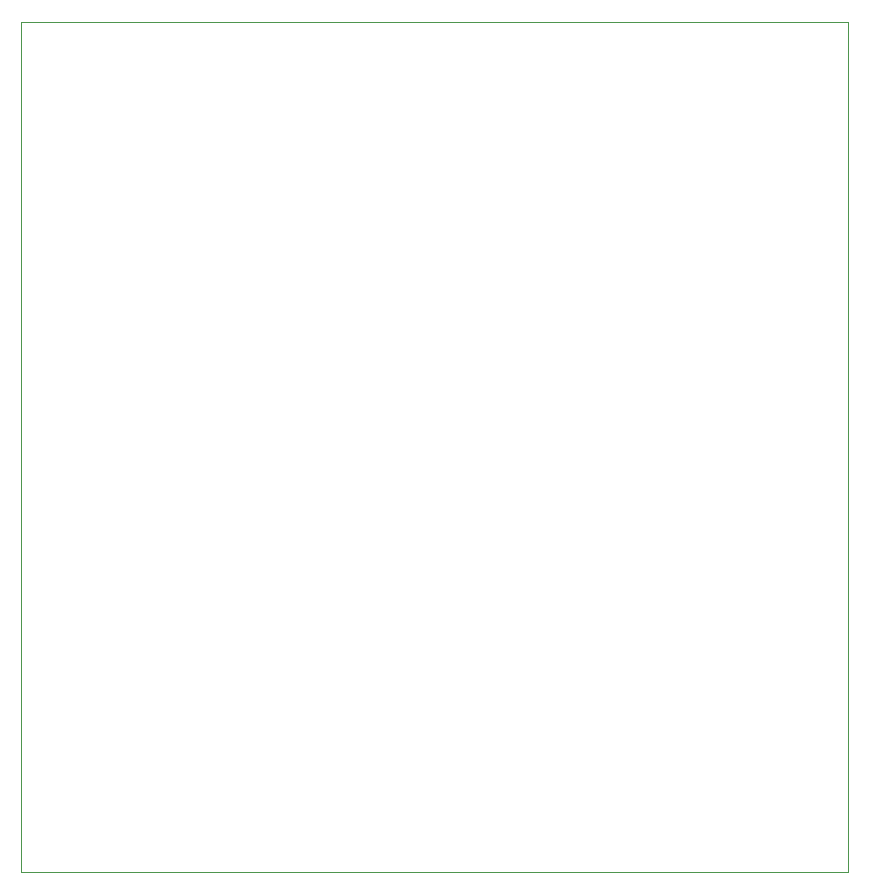
<source format=gbr>
G04 #@! TF.GenerationSoftware,KiCad,Pcbnew,5.1.10-88a1d61d58~90~ubuntu21.04.1*
G04 #@! TF.CreationDate,2021-10-01T11:59:45+02:00*
G04 #@! TF.ProjectId,IndicatorLeds,496e6469-6361-4746-9f72-4c6564732e6b,rev?*
G04 #@! TF.SameCoordinates,Original*
G04 #@! TF.FileFunction,Paste,Bot*
G04 #@! TF.FilePolarity,Positive*
%FSLAX46Y46*%
G04 Gerber Fmt 4.6, Leading zero omitted, Abs format (unit mm)*
G04 Created by KiCad (PCBNEW 5.1.10-88a1d61d58~90~ubuntu21.04.1) date 2021-10-01 11:59:45*
%MOMM*%
%LPD*%
G01*
G04 APERTURE LIST*
G04 #@! TA.AperFunction,Profile*
%ADD10C,0.100000*%
G04 #@! TD*
G04 APERTURE END LIST*
D10*
X45000000Y-49999000D02*
X110000000Y-49999000D01*
X45000000Y-122001000D02*
X45000000Y-49999000D01*
X115001000Y-122001000D02*
X45000000Y-122001000D01*
X115001000Y-49999000D02*
X115001000Y-122001000D01*
X110000000Y-49999000D02*
X115001000Y-49999000D01*
M02*

</source>
